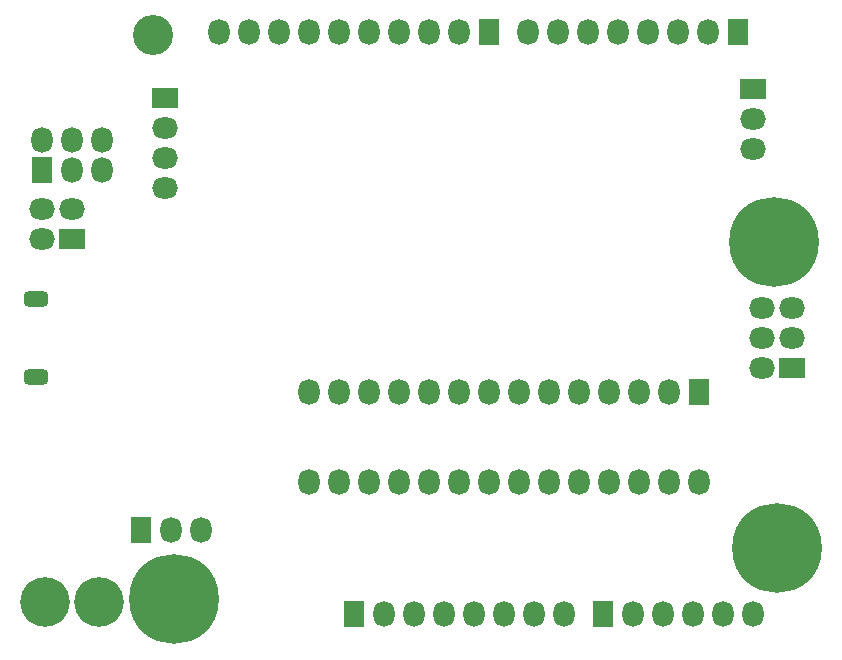
<source format=gbs>
G04*
G04 #@! TF.GenerationSoftware,Altium Limited,Altium Designer,22.7.1 (60)*
G04*
G04 Layer_Color=16711935*
%FSLAX44Y44*%
%MOMM*%
G71*
G04*
G04 #@! TF.SameCoordinates,93D02D30-53BF-4241-BF36-2AC50CD89F1B*
G04*
G04*
G04 #@! TF.FilePolarity,Negative*
G04*
G01*
G75*
%ADD60O,2.2000X1.8000*%
%ADD61R,2.2000X1.8000*%
%ADD62O,1.8000X2.2000*%
%ADD63R,1.8000X2.2000*%
%ADD64C,4.2000*%
G04:AMPARAMS|DCode=65|XSize=2.1mm|YSize=1.3mm|CornerRadius=0.41mm|HoleSize=0mm|Usage=FLASHONLY|Rotation=0.000|XOffset=0mm|YOffset=0mm|HoleType=Round|Shape=RoundedRectangle|*
%AMROUNDEDRECTD65*
21,1,2.1000,0.4800,0,0,0.0*
21,1,1.2800,1.3000,0,0,0.0*
1,1,0.8200,0.6400,-0.2400*
1,1,0.8200,-0.6400,-0.2400*
1,1,0.8200,-0.6400,0.2400*
1,1,0.8200,0.6400,0.2400*
%
%ADD65ROUNDEDRECTD65*%
%ADD66C,3.4000*%
%ADD67C,7.6000*%
D60*
X22860Y368300D02*
D03*
Y342900D02*
D03*
X48260Y368300D02*
D03*
X127000Y436880D02*
D03*
Y386080D02*
D03*
Y411480D02*
D03*
X624840Y419100D02*
D03*
Y444500D02*
D03*
X657860Y259080D02*
D03*
Y284480D02*
D03*
X632460Y233680D02*
D03*
Y259080D02*
D03*
Y284480D02*
D03*
D61*
X48260Y342900D02*
D03*
X127000Y462280D02*
D03*
X624840Y469900D02*
D03*
X657860Y233680D02*
D03*
D62*
X325120Y518160D02*
D03*
X350520D02*
D03*
X172720D02*
D03*
X198120D02*
D03*
X223520D02*
D03*
X248920D02*
D03*
X274320D02*
D03*
X299720D02*
D03*
X375920D02*
D03*
X574040Y25400D02*
D03*
X548640D02*
D03*
X624840D02*
D03*
X599440D02*
D03*
X523240D02*
D03*
X48260Y401320D02*
D03*
X73660D02*
D03*
X22860Y426720D02*
D03*
X48260D02*
D03*
X73660D02*
D03*
X249100Y137300D02*
D03*
X274500D02*
D03*
X299900D02*
D03*
X325300D02*
D03*
X350700D02*
D03*
X376100D02*
D03*
X401500D02*
D03*
X426900D02*
D03*
X452300D02*
D03*
X477700D02*
D03*
X503100D02*
D03*
X528500D02*
D03*
X553900D02*
D03*
X579300D02*
D03*
X249100Y213500D02*
D03*
X274500D02*
D03*
X299900D02*
D03*
X325300D02*
D03*
X350700D02*
D03*
X376100D02*
D03*
X401500D02*
D03*
X426900D02*
D03*
X452300D02*
D03*
X477700D02*
D03*
X503100D02*
D03*
X528500D02*
D03*
X553900D02*
D03*
X535940Y518160D02*
D03*
X561340D02*
D03*
X434340D02*
D03*
X459740D02*
D03*
X485140D02*
D03*
X510540D02*
D03*
X586740D02*
D03*
X132080Y96520D02*
D03*
X157480D02*
D03*
X312420Y25400D02*
D03*
X388620D02*
D03*
X414020D02*
D03*
X439420D02*
D03*
X464820D02*
D03*
X337820D02*
D03*
X363220D02*
D03*
D63*
X401320Y518160D02*
D03*
X497840Y25400D02*
D03*
X22860Y401320D02*
D03*
X579300Y213500D02*
D03*
X612140Y518160D02*
D03*
X106680Y96520D02*
D03*
X287020Y25400D02*
D03*
D64*
X25400Y35560D02*
D03*
X71120D02*
D03*
D65*
X17780Y292780D02*
D03*
Y226780D02*
D03*
D66*
X116840Y515620D02*
D03*
D67*
X134620Y38100D02*
D03*
X642620Y340360D02*
D03*
X645160Y81280D02*
D03*
M02*

</source>
